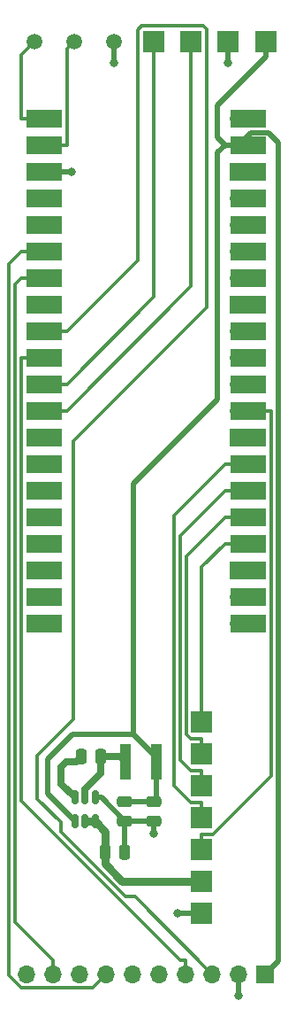
<source format=gbr>
%TF.GenerationSoftware,KiCad,Pcbnew,7.0.8*%
%TF.CreationDate,2024-02-25T19:39:46-05:00*%
%TF.ProjectId,P2,50322e6b-6963-4616-945f-706362585858,rev?*%
%TF.SameCoordinates,Original*%
%TF.FileFunction,Copper,L1,Top*%
%TF.FilePolarity,Positive*%
%FSLAX46Y46*%
G04 Gerber Fmt 4.6, Leading zero omitted, Abs format (unit mm)*
G04 Created by KiCad (PCBNEW 7.0.8) date 2024-02-25 19:39:46*
%MOMM*%
%LPD*%
G01*
G04 APERTURE LIST*
G04 Aperture macros list*
%AMRoundRect*
0 Rectangle with rounded corners*
0 $1 Rounding radius*
0 $2 $3 $4 $5 $6 $7 $8 $9 X,Y pos of 4 corners*
0 Add a 4 corners polygon primitive as box body*
4,1,4,$2,$3,$4,$5,$6,$7,$8,$9,$2,$3,0*
0 Add four circle primitives for the rounded corners*
1,1,$1+$1,$2,$3*
1,1,$1+$1,$4,$5*
1,1,$1+$1,$6,$7*
1,1,$1+$1,$8,$9*
0 Add four rect primitives between the rounded corners*
20,1,$1+$1,$2,$3,$4,$5,0*
20,1,$1+$1,$4,$5,$6,$7,0*
20,1,$1+$1,$6,$7,$8,$9,0*
20,1,$1+$1,$8,$9,$2,$3,0*%
G04 Aperture macros list end*
%TA.AperFunction,SMDPad,CuDef*%
%ADD10RoundRect,0.250000X-0.250000X-0.475000X0.250000X-0.475000X0.250000X0.475000X-0.250000X0.475000X0*%
%TD*%
%TA.AperFunction,SMDPad,CuDef*%
%ADD11C,1.500000*%
%TD*%
%TA.AperFunction,SMDPad,CuDef*%
%ADD12RoundRect,0.110000X-0.440000X-1.590000X0.440000X-1.590000X0.440000X1.590000X-0.440000X1.590000X0*%
%TD*%
%TA.AperFunction,ComponentPad*%
%ADD13O,1.700000X1.700000*%
%TD*%
%TA.AperFunction,SMDPad,CuDef*%
%ADD14R,3.500000X1.700000*%
%TD*%
%TA.AperFunction,ComponentPad*%
%ADD15R,1.700000X1.700000*%
%TD*%
%TA.AperFunction,SMDPad,CuDef*%
%ADD16R,2.000000X2.000000*%
%TD*%
%TA.AperFunction,SMDPad,CuDef*%
%ADD17RoundRect,0.150000X0.150000X-0.512500X0.150000X0.512500X-0.150000X0.512500X-0.150000X-0.512500X0*%
%TD*%
%TA.AperFunction,SMDPad,CuDef*%
%ADD18RoundRect,0.250000X-0.475000X0.250000X-0.475000X-0.250000X0.475000X-0.250000X0.475000X0.250000X0*%
%TD*%
%TA.AperFunction,ViaPad*%
%ADD19C,0.800000*%
%TD*%
%TA.AperFunction,Conductor*%
%ADD20C,0.650000*%
%TD*%
%TA.AperFunction,Conductor*%
%ADD21C,0.500000*%
%TD*%
%TA.AperFunction,Conductor*%
%ADD22C,0.750000*%
%TD*%
%TA.AperFunction,Conductor*%
%ADD23C,0.300000*%
%TD*%
G04 APERTURE END LIST*
D10*
%TO.P,C3,1*%
%TO.N,Net-(Regulator1-BST)*%
X143604000Y-103124000D03*
%TO.P,C3,2*%
%TO.N,Net-(Regulator1-SW)*%
X145504000Y-103124000D03*
%TD*%
%TO.P,C2,1*%
%TO.N,+BATT*%
X145928000Y-112268000D03*
%TO.P,C2,2*%
%TO.N,GND*%
X147828000Y-112268000D03*
%TD*%
D11*
%TO.P,TP1,1,1*%
%TO.N,Net-(U1-GPIO0)*%
X139192000Y-34798000D03*
%TD*%
D12*
%TO.P,L1,1,1*%
%TO.N,Net-(Regulator1-SW)*%
X147876000Y-103632000D03*
%TO.P,L1,2,2*%
%TO.N,+3V3*%
X150876000Y-103632000D03*
%TD*%
D13*
%TO.P,U1,1,GPIO0*%
%TO.N,Net-(U1-GPIO0)*%
X140970000Y-42164000D03*
D14*
X140070000Y-42164000D03*
D13*
%TO.P,U1,2,GPIO1*%
%TO.N,Net-(U1-GPIO1)*%
X140970000Y-44704000D03*
D14*
X140070000Y-44704000D03*
D15*
%TO.P,U1,3,GND*%
%TO.N,GND*%
X140970000Y-47244000D03*
D14*
X140070000Y-47244000D03*
D13*
%TO.P,U1,4,GPIO2*%
%TO.N,unconnected-(U1-GPIO2-Pad4)*%
X140970000Y-49784000D03*
D14*
X140070000Y-49784000D03*
D13*
%TO.P,U1,5,GPIO3*%
%TO.N,unconnected-(U1-GPIO3-Pad5)*%
X140970000Y-52324000D03*
D14*
X140070000Y-52324000D03*
D13*
%TO.P,U1,6,GPIO4*%
%TO.N,/MISO*%
X140970000Y-54864000D03*
D14*
X140070000Y-54864000D03*
D13*
%TO.P,U1,7,GPIO5*%
%TO.N,/CS*%
X140970000Y-57404000D03*
D14*
X140070000Y-57404000D03*
D15*
%TO.P,U1,8,GND*%
%TO.N,unconnected-(U1-GND-Pad8)*%
X140970000Y-59944000D03*
D14*
X140070000Y-59944000D03*
D13*
%TO.P,U1,9,GPIO6*%
%TO.N,/SCK*%
X140970000Y-62484000D03*
D14*
X140070000Y-62484000D03*
D13*
%TO.P,U1,10,GPIO7*%
%TO.N,/MOSI*%
X140970000Y-65024000D03*
D14*
X140070000Y-65024000D03*
D13*
%TO.P,U1,11,GPIO8*%
%TO.N,/TX*%
X140970000Y-67564000D03*
D14*
X140070000Y-67564000D03*
D13*
%TO.P,U1,12,GPIO9*%
%TO.N,/RX*%
X140970000Y-70104000D03*
D14*
X140070000Y-70104000D03*
D15*
%TO.P,U1,13,GND*%
%TO.N,unconnected-(U1-GND-Pad13)*%
X140970000Y-72644000D03*
D14*
X140070000Y-72644000D03*
D13*
%TO.P,U1,14,GPIO10*%
%TO.N,unconnected-(U1-GPIO10-Pad14)*%
X140970000Y-75184000D03*
D14*
X140070000Y-75184000D03*
D13*
%TO.P,U1,15,GPIO11*%
%TO.N,unconnected-(U1-GPIO11-Pad15)*%
X140970000Y-77724000D03*
D14*
X140070000Y-77724000D03*
D13*
%TO.P,U1,16,GPIO12*%
%TO.N,unconnected-(U1-GPIO12-Pad16)*%
X140970000Y-80264000D03*
D14*
X140070000Y-80264000D03*
D13*
%TO.P,U1,17,GPIO13*%
%TO.N,unconnected-(U1-GPIO13-Pad17)*%
X140970000Y-82804000D03*
D14*
X140070000Y-82804000D03*
D15*
%TO.P,U1,18,GND*%
%TO.N,unconnected-(U1-GND-Pad18)*%
X140970000Y-85344000D03*
D14*
X140070000Y-85344000D03*
D13*
%TO.P,U1,19,GPIO14*%
%TO.N,unconnected-(U1-GPIO14-Pad19)*%
X140970000Y-87884000D03*
D14*
X140070000Y-87884000D03*
D13*
%TO.P,U1,20,GPIO15*%
%TO.N,unconnected-(U1-GPIO15-Pad20)*%
X140970000Y-90424000D03*
D14*
X140070000Y-90424000D03*
D13*
%TO.P,U1,21,GPIO16*%
%TO.N,unconnected-(U1-GPIO16-Pad21)*%
X158750000Y-90424000D03*
D14*
X159650000Y-90424000D03*
D13*
%TO.P,U1,22,GPIO17*%
%TO.N,unconnected-(U1-GPIO17-Pad22)*%
X158750000Y-87884000D03*
D14*
X159650000Y-87884000D03*
D15*
%TO.P,U1,23,GND*%
%TO.N,unconnected-(U1-GND-Pad23)*%
X158750000Y-85344000D03*
D14*
X159650000Y-85344000D03*
D13*
%TO.P,U1,24,GPIO18*%
%TO.N,/PWM_A*%
X158750000Y-82804000D03*
D14*
X159650000Y-82804000D03*
D13*
%TO.P,U1,25,GPIO19*%
%TO.N,/PWM_B*%
X158750000Y-80264000D03*
D14*
X159650000Y-80264000D03*
D13*
%TO.P,U1,26,GPIO20*%
%TO.N,/PWM_C*%
X158750000Y-77724000D03*
D14*
X159650000Y-77724000D03*
D13*
%TO.P,U1,27,GPIO21*%
%TO.N,/PWM_D*%
X158750000Y-75184000D03*
D14*
X159650000Y-75184000D03*
D15*
%TO.P,U1,28,GND*%
%TO.N,unconnected-(U1-GND-Pad28)*%
X158750000Y-72644000D03*
D14*
X159650000Y-72644000D03*
D13*
%TO.P,U1,29,GPIO22*%
%TO.N,/TE*%
X158750000Y-70104000D03*
D14*
X159650000Y-70104000D03*
D13*
%TO.P,U1,30,RUN*%
%TO.N,unconnected-(U1-RUN-Pad30)*%
X158750000Y-67564000D03*
D14*
X159650000Y-67564000D03*
D13*
%TO.P,U1,31,GPIO26_ADC0*%
%TO.N,unconnected-(U1-GPIO26_ADC0-Pad31)*%
X158750000Y-65024000D03*
D14*
X159650000Y-65024000D03*
D13*
%TO.P,U1,32,GPIO27_ADC1*%
%TO.N,unconnected-(U1-GPIO27_ADC1-Pad32)*%
X158750000Y-62484000D03*
D14*
X159650000Y-62484000D03*
D15*
%TO.P,U1,33,AGND*%
%TO.N,unconnected-(U1-AGND-Pad33)*%
X158750000Y-59944000D03*
D14*
X159650000Y-59944000D03*
D13*
%TO.P,U1,34,GPIO28_ADC2*%
%TO.N,unconnected-(U1-GPIO28_ADC2-Pad34)*%
X158750000Y-57404000D03*
D14*
X159650000Y-57404000D03*
D13*
%TO.P,U1,35,ADC_VREF*%
%TO.N,unconnected-(U1-ADC_VREF-Pad35)*%
X158750000Y-54864000D03*
D14*
X159650000Y-54864000D03*
D13*
%TO.P,U1,36,3V3*%
%TO.N,unconnected-(U1-3V3-Pad36)*%
X158750000Y-52324000D03*
D14*
X159650000Y-52324000D03*
D13*
%TO.P,U1,37,3V3_EN*%
%TO.N,unconnected-(U1-3V3_EN-Pad37)*%
X158750000Y-49784000D03*
D14*
X159650000Y-49784000D03*
D15*
%TO.P,U1,38,GND*%
%TO.N,unconnected-(U1-GND-Pad38)*%
X158750000Y-47244000D03*
D14*
X159650000Y-47244000D03*
D13*
%TO.P,U1,39,VSYS*%
%TO.N,+3V3*%
X158750000Y-44704000D03*
D14*
X159650000Y-44704000D03*
D13*
%TO.P,U1,40,VBUS*%
%TO.N,unconnected-(U1-VBUS-Pad40)*%
X158750000Y-42164000D03*
D14*
X159650000Y-42164000D03*
%TD*%
D16*
%TO.P,ESC1,1,PWM_A*%
%TO.N,/PWM_A*%
X155194000Y-99822000D03*
%TO.P,ESC1,2,PWM_B*%
%TO.N,/PWM_B*%
X155194000Y-102870000D03*
%TO.P,ESC1,3,PWM_C*%
%TO.N,/PWM_C*%
X155194000Y-105918000D03*
%TO.P,ESC1,4,PWM_D*%
%TO.N,/PWM_D*%
X155194000Y-108966000D03*
%TO.P,ESC1,5,BAT+*%
%TO.N,+BATT*%
X155194000Y-115062000D03*
%TO.P,ESC1,6,TE*%
%TO.N,/TE*%
X155194000Y-112014000D03*
%TO.P,ESC1,7,GND*%
%TO.N,GND*%
X155194000Y-118110000D03*
%TD*%
D17*
%TO.P,Regulator1,1,FB*%
%TO.N,+3V3*%
X143068000Y-109341500D03*
%TO.P,Regulator1,2,EN*%
%TO.N,+BATT*%
X144018000Y-109341500D03*
%TO.P,Regulator1,3,IN*%
X144968000Y-109341500D03*
%TO.P,Regulator1,4,GND*%
%TO.N,GND*%
X144968000Y-107066500D03*
%TO.P,Regulator1,5,SW*%
%TO.N,Net-(Regulator1-SW)*%
X144018000Y-107066500D03*
%TO.P,Regulator1,6,BST*%
%TO.N,Net-(Regulator1-BST)*%
X143068000Y-107066500D03*
%TD*%
D11*
%TO.P,TP3,1,1*%
%TO.N,GND*%
X146812000Y-34798000D03*
%TD*%
D18*
%TO.P,C4,1*%
%TO.N,+3V3*%
X150622000Y-107442000D03*
%TO.P,C4,2*%
%TO.N,GND*%
X150622000Y-109342000D03*
%TD*%
D11*
%TO.P,TP2,1,1*%
%TO.N,Net-(U1-GPIO1)*%
X143002000Y-34798000D03*
%TD*%
D16*
%TO.P,Radio1,1,VCC*%
%TO.N,+3V3*%
X161360000Y-34798000D03*
%TO.P,Radio1,2,GND*%
%TO.N,GND*%
X157734000Y-34798000D03*
%TO.P,Radio1,3,TX*%
%TO.N,/RX*%
X154178000Y-34798000D03*
%TO.P,Radio1,4,RX*%
%TO.N,/TX*%
X150622000Y-34798000D03*
%TD*%
D15*
%TO.P,MPU-9250-Breakout1,1,VCC*%
%TO.N,+3V3*%
X161290000Y-123952000D03*
D13*
%TO.P,MPU-9250-Breakout1,2,GND*%
%TO.N,GND*%
X158750000Y-123952000D03*
%TO.P,MPU-9250-Breakout1,3,SCL*%
%TO.N,/SCK*%
X156210000Y-123952000D03*
%TO.P,MPU-9250-Breakout1,4,SDA*%
%TO.N,/MOSI*%
X153670000Y-123952000D03*
%TO.P,MPU-9250-Breakout1,5,EDA*%
%TO.N,unconnected-(MPU-9250-Breakout1-EDA-Pad5)*%
X151130000Y-123952000D03*
%TO.P,MPU-9250-Breakout1,6,ECL*%
%TO.N,unconnected-(MPU-9250-Breakout1-ECL-Pad6)*%
X148590000Y-123952000D03*
%TO.P,MPU-9250-Breakout1,7,ADO*%
%TO.N,/MISO*%
X146050000Y-123952000D03*
%TO.P,MPU-9250-Breakout1,8,INT*%
%TO.N,unconnected-(MPU-9250-Breakout1-INT-Pad8)*%
X143510000Y-123952000D03*
%TO.P,MPU-9250-Breakout1,9,NCS*%
%TO.N,/CS*%
X140970000Y-123952000D03*
%TO.P,MPU-9250-Breakout1,10,FSYNC*%
%TO.N,unconnected-(MPU-9250-Breakout1-FSYNC-Pad10)*%
X138430000Y-123952000D03*
%TD*%
D18*
%TO.P,C5,1*%
%TO.N,+3V3*%
X147828000Y-107442000D03*
%TO.P,C5,2*%
%TO.N,GND*%
X147828000Y-109342000D03*
%TD*%
D19*
%TO.N,GND*%
X157734000Y-36830000D03*
X152908000Y-118110000D03*
X146812000Y-36830000D03*
X150622000Y-110490000D03*
X142748000Y-47244000D03*
X158750000Y-125984000D03*
%TD*%
D20*
%TO.N,Net-(Regulator1-SW)*%
X145504000Y-103124000D02*
X147368000Y-103124000D01*
X147368000Y-103124000D02*
X147876000Y-103632000D01*
X144018000Y-107066500D02*
X144018000Y-106257984D01*
X144018000Y-106257984D02*
X145504000Y-104771984D01*
X145504000Y-104771984D02*
X145504000Y-103124000D01*
%TO.N,Net-(Regulator1-BST)*%
X141732000Y-104140000D02*
X142240000Y-103632000D01*
X143096000Y-103632000D02*
X143604000Y-103124000D01*
X141732000Y-105730500D02*
X141732000Y-104140000D01*
X142240000Y-103632000D02*
X143096000Y-103632000D01*
D21*
%TO.N,GND*%
X147828000Y-112268000D02*
X147828000Y-109342000D01*
D22*
%TO.N,+BATT*%
X145928000Y-112268000D02*
X145928000Y-110301500D01*
X145928000Y-110301500D02*
X144968000Y-109341500D01*
X147575782Y-115062000D02*
X145928000Y-113414218D01*
X145928000Y-113414218D02*
X145928000Y-112268000D01*
D21*
%TO.N,+3V3*%
X143068000Y-109341500D02*
X140462000Y-106735500D01*
X140462000Y-106735500D02*
X140462000Y-103378000D01*
X140462000Y-103378000D02*
X142783600Y-101056400D01*
X142783600Y-101056400D02*
X148675900Y-101056400D01*
X161290000Y-123952000D02*
X162551900Y-122690100D01*
X162551900Y-122690100D02*
X162551900Y-44488082D01*
X162551900Y-44488082D02*
X161627818Y-43564000D01*
X159890000Y-43564000D02*
X158750000Y-44704000D01*
X161627818Y-43564000D02*
X159890000Y-43564000D01*
X143068000Y-109341500D02*
X143068000Y-109286000D01*
X161360000Y-34798000D02*
X161360000Y-36249900D01*
X156718000Y-43972400D02*
X157448100Y-44702500D01*
X161360000Y-36249900D02*
X156718000Y-40891900D01*
X156718000Y-40891900D02*
X156718000Y-43972400D01*
X148675900Y-101056400D02*
X148675900Y-77078100D01*
X148675900Y-77078100D02*
X156718000Y-69036000D01*
X156718000Y-45434100D02*
X157448100Y-44704000D01*
X156718000Y-69036000D02*
X156718000Y-45434100D01*
X150876000Y-103256500D02*
X148675900Y-101056400D01*
D23*
X157448100Y-44704000D02*
X157449600Y-44704000D01*
D21*
X150876000Y-103256500D02*
X150876000Y-107188000D01*
D23*
X150876000Y-107188000D02*
X150622000Y-107442000D01*
D21*
X147828000Y-107442000D02*
X150622000Y-107442000D01*
D23*
X150622000Y-103510500D02*
X150876000Y-103256500D01*
D20*
%TO.N,Net-(Regulator1-BST)*%
X143068000Y-107066500D02*
X141732000Y-105730500D01*
%TO.N,Net-(Regulator1-SW)*%
X147743500Y-103124000D02*
X147876000Y-103256500D01*
D23*
%TO.N,/SCK*%
X140970000Y-62484000D02*
X142271900Y-62484000D01*
X149054400Y-55701500D02*
X149054400Y-33717300D01*
X149054400Y-33717300D02*
X149444000Y-33327700D01*
X142271900Y-62484000D02*
X149054400Y-55701500D01*
X142872300Y-72968100D02*
X142872300Y-99631300D01*
X149444000Y-33327700D02*
X155355100Y-33327700D01*
X155355100Y-33327700D02*
X155650000Y-33622600D01*
X139446000Y-107188000D02*
X141668500Y-109410500D01*
X155650000Y-60190400D02*
X142872300Y-72968100D01*
X139446000Y-103057600D02*
X139446000Y-107188000D01*
X155650000Y-33622600D02*
X155650000Y-60190400D01*
X142872300Y-99631300D02*
X139446000Y-103057600D01*
X141668500Y-109410500D02*
X141668500Y-110356800D01*
X141668500Y-110356800D02*
X147845700Y-116534000D01*
X147845700Y-116534000D02*
X148792000Y-116534000D01*
X148792000Y-116534000D02*
X156210000Y-123952000D01*
D22*
%TO.N,+BATT*%
X144968000Y-109341500D02*
X144043000Y-109341500D01*
X155194000Y-115062000D02*
X147575782Y-115062000D01*
D21*
%TO.N,GND*%
X140970000Y-47244000D02*
X142748000Y-47244000D01*
X157734000Y-34798000D02*
X157734000Y-36830000D01*
X145552000Y-107066000D02*
X147828000Y-109342000D01*
X147828000Y-109342000D02*
X150622000Y-109342000D01*
X146812000Y-34798000D02*
X146812000Y-36830000D01*
D23*
X144968500Y-107066000D02*
X144968000Y-107066500D01*
D21*
X155194000Y-118110000D02*
X152908000Y-118110000D01*
X150622000Y-109342000D02*
X150622000Y-110490000D01*
X144968000Y-107066000D02*
X144968500Y-107066000D01*
X158750000Y-123952000D02*
X158750000Y-125984000D01*
X144968500Y-107066000D02*
X145552000Y-107066000D01*
%TO.N,+3V3*%
X158750000Y-44704000D02*
X157449600Y-44704000D01*
D23*
X157448100Y-44702500D02*
X157449600Y-44704000D01*
%TO.N,/PWM_A*%
X158750000Y-82804000D02*
X157448100Y-82804000D01*
X155194000Y-85058100D02*
X157448100Y-82804000D01*
X155194000Y-99822000D02*
X155194000Y-85058100D01*
%TO.N,/PWM_B*%
X153742100Y-101009100D02*
X154151100Y-101418100D01*
X157448100Y-80264000D02*
X153742100Y-83970000D01*
X155194000Y-102870000D02*
X155194000Y-101418100D01*
X158750000Y-80264000D02*
X157448100Y-80264000D01*
X154151100Y-101418100D02*
X155194000Y-101418100D01*
X153742100Y-83970000D02*
X153742100Y-101009100D01*
%TO.N,/PWM_C*%
X155194000Y-105918000D02*
X155194000Y-104466100D01*
X153127300Y-103485600D02*
X153127300Y-82044800D01*
X155194000Y-104466100D02*
X154107800Y-104466100D01*
X153127300Y-82044800D02*
X157448100Y-77724000D01*
X154107800Y-104466100D02*
X153127300Y-103485600D01*
X158750000Y-77724000D02*
X157448100Y-77724000D01*
%TO.N,/PWM_D*%
X152525400Y-105931700D02*
X152525400Y-80106700D01*
X158750000Y-75184000D02*
X157448100Y-75184000D01*
X155194000Y-107514100D02*
X154107800Y-107514100D01*
X155194000Y-108966000D02*
X155194000Y-107514100D01*
X152525400Y-80106700D02*
X157448100Y-75184000D01*
X154107800Y-107514100D02*
X152525400Y-105931700D01*
%TO.N,/TE*%
X161851900Y-70104000D02*
X161851900Y-104993100D01*
X158750000Y-70104000D02*
X161851900Y-70104000D01*
X155194000Y-112014000D02*
X155194000Y-110562100D01*
X156282900Y-110562100D02*
X155194000Y-110562100D01*
X161851900Y-104993100D02*
X156282900Y-110562100D01*
%TO.N,/MOSI*%
X153670000Y-123952000D02*
X153670000Y-122650100D01*
X153100400Y-122650100D02*
X137868100Y-107417800D01*
X153670000Y-122650100D02*
X153100400Y-122650100D01*
X137868100Y-107417800D02*
X137868100Y-65024000D01*
X140970000Y-65024000D02*
X137868100Y-65024000D01*
%TO.N,/MISO*%
X137868100Y-54864000D02*
X136664300Y-56067800D01*
X136664300Y-124041400D02*
X137878600Y-125255700D01*
X137878600Y-125255700D02*
X144746300Y-125255700D01*
X144746300Y-125255700D02*
X146050000Y-123952000D01*
X140970000Y-54864000D02*
X137868100Y-54864000D01*
X136664300Y-56067800D02*
X136664300Y-124041400D01*
%TO.N,/CS*%
X137868100Y-57404000D02*
X137266200Y-58005900D01*
X137266200Y-118946300D02*
X140970000Y-122650100D01*
X140970000Y-123952000D02*
X140970000Y-122650100D01*
X137266200Y-58005900D02*
X137266200Y-118946300D01*
X140970000Y-57404000D02*
X137868100Y-57404000D01*
%TO.N,/RX*%
X154178000Y-58197900D02*
X142271900Y-70104000D01*
X154178000Y-36249900D02*
X154178000Y-58197900D01*
X140970000Y-70104000D02*
X142271900Y-70104000D01*
X154178000Y-34798000D02*
X154178000Y-36249900D01*
%TO.N,/TX*%
X150622000Y-34798000D02*
X150622000Y-59213900D01*
X150622000Y-59213900D02*
X142271900Y-67564000D01*
X140970000Y-67564000D02*
X142271900Y-67564000D01*
%TO.N,Net-(U1-GPIO0)*%
X137868100Y-36121900D02*
X139192000Y-34798000D01*
X140970000Y-42164000D02*
X137868100Y-42164000D01*
X137868100Y-42164000D02*
X137868100Y-36121900D01*
%TO.N,Net-(U1-GPIO1)*%
X140970000Y-44704000D02*
X142271900Y-44704000D01*
X142271900Y-35528100D02*
X143002000Y-34798000D01*
X142271900Y-44704000D02*
X142271900Y-35528100D01*
%TD*%
M02*

</source>
